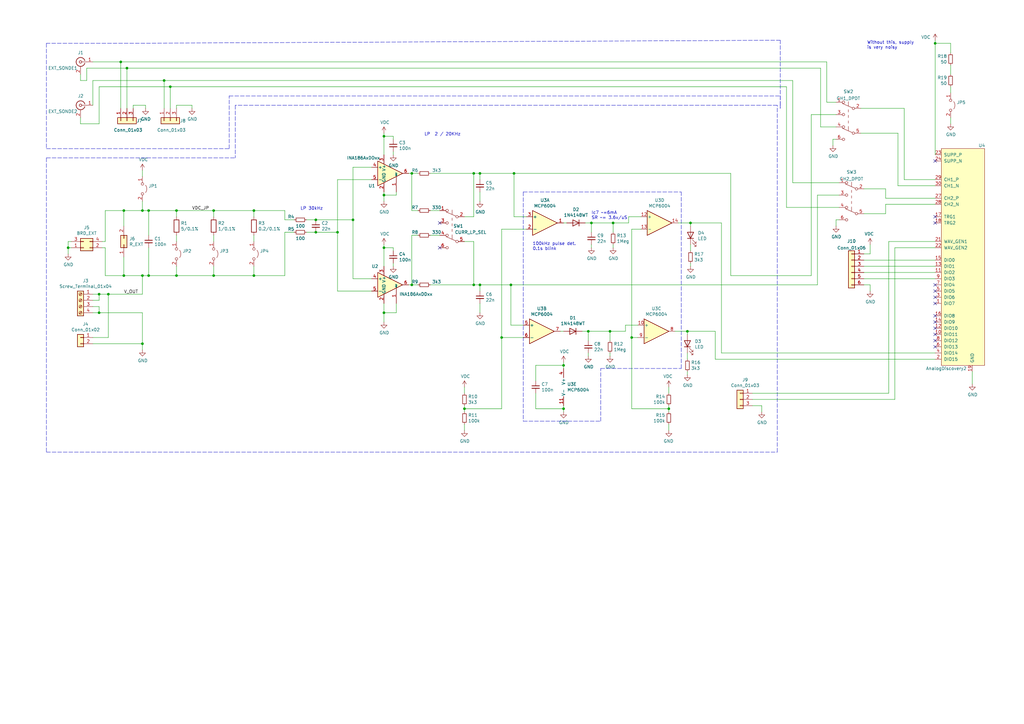
<source format=kicad_sch>
(kicad_sch (version 20211123) (generator eeschema)
  (paper "A3")
  (lib_symbols
    (symbol "Amplifier_Operational:MCP6004" (pin_names (offset 0.127))
      (property "Reference" "U" (at 0 5.08 0))
      (property "Value" "MCP6004" (at 0 -5.08 0))
      (symbol "MCP6004_1_1"
        (pin output line (at 7.62 0 180) (length 2.54) (name "~") (number "1"))
        (pin input line (at -7.62 -2.54 0) (length 2.54) (name "-") (number "2"))
        (pin input line (at -7.62 2.54 0) (length 2.54) (name "+") (number "3"))
      )
      (symbol "MCP6004_2_1"
        (pin input line (at -7.62 2.54 0) (length 2.54) (name "+") (number "5"))
        (pin input line (at -7.62 -2.54 0) (length 2.54) (name "-") (number "6"))
        (pin output line (at 7.62 0 180) (length 2.54) (name "~") (number "7"))
      )
      (symbol "MCP6004_3_1"
        (pin input line (at -7.62 2.54 0) (length 2.54) (name "+") (number "10"))
        (pin output line (at 7.62 0 180) (length 2.54) (name "~") (number "8"))
        (pin input line (at -7.62 -2.54 0) (length 2.54) (name "-") (number "9"))
      )
      (symbol "MCP6004_4_1"
        (pin input line (at -7.62 2.54 0) (length 2.54) (name "+") (number "12"))
        (pin input line (at -7.62 -2.54 0) (length 2.54) (name "-") (number "13"))
        (pin output line (at 7.62 0 180) (length 2.54) (name "~") (number "14"))
      )
      (symbol "MCP6004_5_1"
        (pin power_in line (at -2.54 -7.62 90) (length 3.81) (name "V-") (number "11"))
        (pin power_in line (at -2.54 7.62 270) (length 3.81) (name "V+") (number "4"))
      )
    )
    (symbol "Connector:Conn_Coaxial" (pin_names (offset 1.016) hide)
      (property "Reference" "J" (at 0.254 3.048 0))
      (property "Value" "Conn_Coaxial" (at 2.921 0 90))
      (symbol "Conn_Coaxial_1_1"
        (pin passive line (at -5.08 0 0) (length 2.54) (name "In") (number "1"))
        (pin passive line (at 0 -5.08 90) (length 2.54) (name "Ext") (number "2"))
      )
    )
    (symbol "Connector:Screw_Terminal_01x04" (pin_names (offset 1.016) hide)
      (property "Reference" "J" (at 0 5.08 0))
      (property "Value" "Screw_Terminal_01x04" (at 0 -7.62 0))
      (symbol "Screw_Terminal_01x04_1_1"
        (pin passive line (at -5.08 2.54 0) (length 3.81) (name "Pin_1") (number "1"))
        (pin passive line (at -5.08 0 0) (length 3.81) (name "Pin_2") (number "2"))
        (pin passive line (at -5.08 -2.54 0) (length 3.81) (name "Pin_3") (number "3"))
        (pin passive line (at -5.08 -5.08 0) (length 3.81) (name "Pin_4") (number "4"))
      )
    )
    (symbol "Connector_Generic:Conn_01x02" (pin_names (offset 1.016) hide)
      (property "Reference" "J" (at 0 2.54 0))
      (property "Value" "Conn_01x02" (at 0 -5.08 0))
      (symbol "Conn_01x02_1_1"
        (pin passive line (at -5.08 0 0) (length 3.81) (name "Pin_1") (number "1"))
        (pin passive line (at -5.08 -2.54 0) (length 3.81) (name "Pin_2") (number "2"))
      )
    )
    (symbol "Connector_Generic:Conn_01x03" (pin_names (offset 1.016) hide)
      (property "Reference" "J" (at 0 5.08 0))
      (property "Value" "Conn_01x03" (at 0 -5.08 0))
      (symbol "Conn_01x03_1_1"
        (pin passive line (at -5.08 2.54 0) (length 3.81) (name "Pin_1") (number "1"))
        (pin passive line (at -5.08 0 0) (length 3.81) (name "Pin_2") (number "2"))
        (pin passive line (at -5.08 -2.54 0) (length 3.81) (name "Pin_3") (number "3"))
      )
    )
    (symbol "Connector_Generic:Conn_01x06" (pin_names (offset 1.016) hide)
      (property "Reference" "J" (at 0 7.62 0))
      (property "Value" "Conn_01x06" (at 0 -10.16 0))
      (symbol "Conn_01x06_1_1"
        (pin passive line (at -5.08 5.08 0) (length 3.81) (name "Pin_1") (number "1"))
        (pin passive line (at -5.08 2.54 0) (length 3.81) (name "Pin_2") (number "2"))
        (pin passive line (at -5.08 0 0) (length 3.81) (name "Pin_3") (number "3"))
        (pin passive line (at -5.08 -2.54 0) (length 3.81) (name "Pin_4") (number "4"))
        (pin passive line (at -5.08 -5.08 0) (length 3.81) (name "Pin_5") (number "5"))
        (pin passive line (at -5.08 -7.62 0) (length 3.81) (name "Pin_6") (number "6"))
      )
    )
    (symbol "Connector_Generic:Conn_02x01" (pin_names (offset 1.016) hide)
      (property "Reference" "J" (at 1.27 2.54 0))
      (property "Value" "Conn_02x01" (at 1.27 -2.54 0))
      (symbol "Conn_02x01_1_1"
        (pin passive line (at -5.08 0 0) (length 3.81) (name "Pin_1") (number "1"))
        (pin passive line (at 7.62 0 180) (length 3.81) (name "Pin_2") (number "2"))
      )
    )
    (symbol "Connector_Generic:Conn_02x02_Odd_Even" (pin_names (offset 1.016) hide)
      (property "Reference" "J" (at 1.27 2.54 0))
      (property "Value" "Conn_02x02_Odd_Even" (at 1.27 -5.08 0))
      (symbol "Conn_02x02_Odd_Even_1_1"
        (pin passive line (at -5.08 0 0) (length 3.81) (name "Pin_1") (number "1"))
        (pin passive line (at 7.62 0 180) (length 3.81) (name "Pin_2") (number "2"))
        (pin passive line (at -5.08 -2.54 0) (length 3.81) (name "Pin_3") (number "3"))
        (pin passive line (at 7.62 -2.54 180) (length 3.81) (name "Pin_4") (number "4"))
      )
    )
    (symbol "Critbit_transient_library:AnalogDiscovery2" (pin_names (offset 1.016))
      (property "Reference" "U" (at -5.08 45.72 0))
      (property "Value" "Critbit_transient_library_AnalogDiscovery2" (at 10.16 -48.26 0))
      (symbol "AnalogDiscovery2_1_1"
        (pin bidirectional line (at 12.7 -20.32 180) (length 2.54) (name "DIO7") (number "1"))
        (pin bidirectional line (at 12.7 -33.02 180) (length 2.54) (name "DIO11") (number "10"))
        (pin bidirectional line (at 12.7 -7.62 180) (length 2.54) (name "DIO2") (number "11"))
        (pin bidirectional line (at 12.7 -30.48 180) (length 2.54) (name "DIO10") (number "12"))
        (pin bidirectional line (at 12.7 -5.08 180) (length 2.54) (name "DIO1") (number "13"))
        (pin bidirectional line (at 12.7 -27.94 180) (length 2.54) (name "DIO9") (number "14"))
        (pin bidirectional line (at 12.7 -2.54 180) (length 2.54) (name "DIO0") (number "15"))
        (pin bidirectional line (at 12.7 -25.4 180) (length 2.54) (name "DIO8") (number "16"))
        (pin input line (at 12.7 15.24 180) (length 2.54) (name "TRG1") (number "17"))
        (pin input line (at 12.7 12.7 180) (length 2.54) (name "TRG2") (number "18"))
        (pin power_out line (at -2.54 -48.26 90) (length 2.54) (name "GND") (number "19"))
        (pin bidirectional line (at 12.7 -43.18 180) (length 2.54) (name "DIO15") (number "2"))
        (pin power_out line (at -2.54 -48.26 90) (length 2.54) hide (name "GND") (number "20"))
        (pin output line (at 12.7 5.08 180) (length 2.54) (name "WAV_GEN1") (number "21"))
        (pin output line (at 12.7 2.54 180) (length 2.54) (name "WAV_GEN2") (number "22"))
        (pin power_out line (at 12.7 40.64 180) (length 2.54) (name "SUPP_P") (number "23"))
        (pin power_out line (at 12.7 38.1 180) (length 2.54) (name "SUPP_N") (number "24"))
        (pin power_out line (at -2.54 -48.26 90) (length 2.54) hide (name "GND") (number "25"))
        (pin power_out line (at -2.54 -48.26 90) (length 2.54) hide (name "GND") (number "26"))
        (pin input line (at 12.7 22.86 180) (length 2.54) (name "CH2_P") (number "27"))
        (pin input line (at 12.7 20.32 180) (length 2.54) (name "CH2_N") (number "28"))
        (pin input line (at 12.7 30.48 180) (length 2.54) (name "CH1_P") (number "29"))
        (pin bidirectional line (at 12.7 -17.78 180) (length 2.54) (name "DIO6") (number "3"))
        (pin input line (at 12.7 27.94 180) (length 2.54) (name "CH1_N") (number "30"))
        (pin bidirectional line (at 12.7 -40.64 180) (length 2.54) (name "DIO14") (number "4"))
        (pin bidirectional line (at 12.7 -15.24 180) (length 2.54) (name "DIO5") (number "5"))
        (pin bidirectional line (at 12.7 -38.1 180) (length 2.54) (name "DIO13") (number "6"))
        (pin bidirectional line (at 12.7 -12.7 180) (length 2.54) (name "DIO4") (number "7"))
        (pin bidirectional line (at 12.7 -35.56 180) (length 2.54) (name "DIO12") (number "8"))
        (pin bidirectional line (at 12.7 -10.16 180) (length 2.54) (name "DIO3") (number "9"))
      )
    )
    (symbol "Critbit_transient_library:INA186AxDDxx" (pin_names (offset 0.127))
      (property "Reference" "U" (at 3.81 3.81 0))
      (property "Value" "Critbit_transient_library_INA186AxDDxx" (at 3.81 -2.54 0))
      (symbol "INA186AxDDxx_1_1"
        (pin input line (at 2.54 -7.62 90) (length 6.35) (name "REF") (number "1"))
        (pin power_in line (at -2.54 -7.62 90) (length 3.81) (name "GND") (number "2"))
        (pin power_in line (at -2.54 7.62 270) (length 3.81) (name "V+") (number "3"))
        (pin input line (at -7.62 2.54 0) (length 2.54) (name "+") (number "4"))
        (pin input line (at -7.62 -2.54 0) (length 2.54) (name "-") (number "5"))
        (pin output line (at 7.62 0 180) (length 2.54) (name "~") (number "6"))
      )
    )
    (symbol "Device:C_Small" (pin_numbers hide) (pin_names (offset 0.254) hide)
      (property "Reference" "C" (at 0.254 1.778 0))
      (property "Value" "C_Small" (at 0.254 -2.032 0))
      (symbol "C_Small_1_1"
        (pin passive line (at 0 2.54 270) (length 2.032) (name "~") (number "1"))
        (pin passive line (at 0 -2.54 90) (length 2.032) (name "~") (number "2"))
      )
    )
    (symbol "Device:LED" (pin_numbers hide) (pin_names (offset 1.016) hide)
      (property "Reference" "D" (at 0 2.54 0))
      (property "Value" "LED" (at 0 -2.54 0))
      (symbol "LED_1_1"
        (pin passive line (at -3.81 0 0) (length 2.54) (name "K") (number "1"))
        (pin passive line (at 3.81 0 180) (length 2.54) (name "A") (number "2"))
      )
    )
    (symbol "Device:R" (pin_numbers hide) (pin_names (offset 0))
      (property "Reference" "R" (at 2.032 0 90))
      (property "Value" "R" (at 0 0 90))
      (symbol "R_1_1"
        (pin passive line (at 0 3.81 270) (length 1.27) (name "~") (number "1"))
        (pin passive line (at 0 -3.81 90) (length 1.27) (name "~") (number "2"))
      )
    )
    (symbol "Device:R_Small" (pin_numbers hide) (pin_names (offset 0.254) hide)
      (property "Reference" "R" (at 0.762 0.508 0))
      (property "Value" "R_Small" (at 0.762 -1.016 0))
      (symbol "R_Small_1_1"
        (pin passive line (at 0 2.54 270) (length 0.762) (name "~") (number "1"))
        (pin passive line (at 0 -2.54 90) (length 0.762) (name "~") (number "2"))
      )
    )
    (symbol "Diode:1N4148WT" (pin_numbers hide) (pin_names (offset 1.016) hide)
      (property "Reference" "D" (at 0 2.54 0))
      (property "Value" "1N4148WT" (at 0 -2.54 0))
      (symbol "1N4148WT_1_1"
        (pin passive line (at -3.81 0 0) (length 2.54) (name "K") (number "1"))
        (pin passive line (at 3.81 0 180) (length 2.54) (name "A") (number "2"))
      )
    )
    (symbol "Jumper:Jumper_2_Open" (pin_names (offset 0) hide)
      (property "Reference" "JP" (at 0 2.794 0))
      (property "Value" "Jumper_2_Open" (at 0 -2.286 0))
      (symbol "Jumper_2_Open_1_1"
        (pin passive line (at -5.08 0 0) (length 2.54) (name "A") (number "1"))
        (pin passive line (at 5.08 0 180) (length 2.54) (name "B") (number "2"))
      )
    )
    (symbol "Switch:SW_Push_DPDT" (pin_names (offset 0) hide)
      (property "Reference" "SW" (at 0 8.89 0))
      (property "Value" "SW_Push_DPDT" (at 0 -10.16 0))
      (symbol "SW_Push_DPDT_1_1"
        (pin passive line (at 5.08 7.62 180) (length 2.54) (name "A") (number "1"))
        (pin passive line (at -5.08 5.08 0) (length 2.54) (name "B") (number "2"))
        (pin passive line (at 5.08 2.54 180) (length 2.54) (name "C") (number "3"))
        (pin passive line (at 5.08 -2.54 180) (length 2.54) (name "A") (number "4"))
        (pin passive line (at -5.08 -5.08 0) (length 2.54) (name "B") (number "5"))
        (pin passive line (at 5.08 -7.62 180) (length 2.54) (name "C") (number "6"))
      )
    )
    (symbol "power:GND" (power) (pin_names (offset 0))
      (property "Value" "GND" (at 0 -3.81 0))
      (symbol "GND_1_1"
        (pin power_in line (at 0 0 270) (length 0) hide (name "GND") (number "1"))
      )
    )
    (symbol "power:VDC" (power) (pin_names (offset 0))
      (property "Value" "VDC" (at 0 6.35 0))
      (symbol "VDC_1_1"
        (pin power_in line (at 0 0 90) (length 0) hide (name "VDC") (number "1"))
      )
    )
  )
  (junction (at 87.63 86.36))
  (junction (at 281.94 135.89))
  (junction (at 383.54 17.78))
  (junction (at 241.3 135.89))
  (junction (at 157.48 80.01))
  (junction (at 196.85 116.84))
  (junction (at 283.21 91.44))
  (junction (at 157.48 55.88))
  (junction (at 196.85 71.12))
  (junction (at 144.78 90.17))
  (junction (at 129.54 95.25))
  (junction (at 49.53 25.4))
  (junction (at 157.48 101.6))
  (junction (at 129.54 90.17))
  (junction (at 194.31 116.84))
  (junction (at 40.64 120.65))
  (junction (at 72.39 86.36))
  (junction (at 52.07 27.94))
  (junction (at 58.42 113.03))
  (junction (at 231.14 149.86))
  (junction (at 242.57 91.44))
  (junction (at 210.82 71.12))
  (junction (at 190.5 167.64))
  (junction (at 60.96 113.03))
  (junction (at 157.48 128.27))
  (junction (at 231.14 167.64))
  (junction (at 72.39 113.03))
  (junction (at 50.8 86.36))
  (junction (at 58.42 140.97))
  (junction (at 259.08 138.43))
  (junction (at 104.14 113.03))
  (junction (at 69.85 35.56))
  (junction (at 168.91 116.84))
  (junction (at 205.74 138.43))
  (junction (at 138.43 95.25))
  (junction (at 87.63 113.03))
  (junction (at 67.31 33.02))
  (junction (at 251.46 91.44))
  (junction (at 27.94 101.6))
  (junction (at 40.64 128.27))
  (junction (at 104.14 86.36))
  (junction (at 44.45 120.65))
  (junction (at 58.42 86.36))
  (junction (at 274.32 167.64))
  (junction (at 209.55 116.84))
  (junction (at 250.19 135.89))
  (junction (at 60.96 86.36))
  (junction (at 168.91 71.12))
  (junction (at 50.8 113.03))
  (junction (at 194.31 71.12))
  (no_connect (at 383.54 119.38))
  (no_connect (at 383.54 129.54))
  (no_connect (at 383.54 124.46))
  (no_connect (at 383.54 134.62))
  (no_connect (at 180.34 91.44))
  (no_connect (at 180.34 101.6))
  (no_connect (at 383.54 66.04))
  (no_connect (at 383.54 139.7))
  (no_connect (at 383.54 121.92))
  (no_connect (at 383.54 91.44))
  (no_connect (at 383.54 88.9))
  (no_connect (at 383.54 116.84))
  (no_connect (at 383.54 142.24))
  (no_connect (at 383.54 137.16))
  (no_connect (at 383.54 132.08))
  (wire (pts (xy 196.85 116.84) (xy 209.55 116.84)))
  (wire (pts (xy 293.37 147.32) (xy 383.54 147.32)))
  (wire (pts (xy 342.9 57.15) (xy 341.63 57.15)))
  (wire (pts (xy 205.74 138.43) (xy 214.63 138.43)))
  (wire (pts (xy 389.89 38.1) (xy 389.89 35.56)))
  (wire (pts (xy 116.84 86.36) (xy 116.84 90.17)))
  (wire (pts (xy 231.14 148.59) (xy 231.14 149.86)))
  (wire (pts (xy 43.18 99.06) (xy 43.18 86.36)))
  (wire (pts (xy 383.54 99.06) (xy 364.49 99.06)))
  (wire (pts (xy 162.56 80.01) (xy 162.56 78.74)))
  (wire (pts (xy 281.94 135.89) (xy 293.37 135.89)))
  (wire (pts (xy 242.57 100.33) (xy 242.57 101.6)))
  (wire (pts (xy 104.14 113.03) (xy 116.84 113.03)))
  (wire (pts (xy 383.54 17.78) (xy 383.54 63.5)))
  (wire (pts (xy 40.64 35.56) (xy 40.64 50.8)))
  (wire (pts (xy 78.74 43.18) (xy 78.74 44.45)))
  (wire (pts (xy 168.91 96.52) (xy 168.91 116.84)))
  (polyline (pts (xy 246.38 151.13) (xy 279.4 151.13)))
  (wire (pts (xy 335.28 80.01) (xy 335.28 116.84)))
  (wire (pts (xy 342.9 46.99) (xy 332.74 46.99)))
  (wire (pts (xy 322.58 85.09) (xy 322.58 35.56)))
  (wire (pts (xy 162.56 128.27) (xy 162.56 124.46)))
  (wire (pts (xy 125.73 90.17) (xy 129.54 90.17)))
  (wire (pts (xy 242.57 91.44) (xy 242.57 95.25)))
  (wire (pts (xy 205.74 93.98) (xy 205.74 138.43)))
  (wire (pts (xy 229.87 135.89) (xy 231.14 135.89)))
  (polyline (pts (xy 93.98 39.37) (xy 320.04 39.37)))
  (wire (pts (xy 58.42 113.03) (xy 60.96 113.03)))
  (wire (pts (xy 251.46 101.6) (xy 251.46 100.33)))
  (wire (pts (xy 58.42 120.65) (xy 44.45 120.65)))
  (wire (pts (xy 257.81 88.9) (xy 262.89 88.9)))
  (wire (pts (xy 29.21 99.06) (xy 27.94 99.06)))
  (polyline (pts (xy 318.77 43.18) (xy 96.52 43.18)))
  (wire (pts (xy 354.33 104.14) (xy 356.87 104.14)))
  (wire (pts (xy 60.96 86.36) (xy 58.42 86.36)))
  (wire (pts (xy 157.48 54.61) (xy 157.48 55.88)))
  (wire (pts (xy 364.49 99.06) (xy 364.49 161.29)))
  (wire (pts (xy 261.62 138.43) (xy 259.08 138.43)))
  (wire (pts (xy 44.45 138.43) (xy 44.45 120.65)))
  (wire (pts (xy 67.31 33.02) (xy 67.31 44.45)))
  (wire (pts (xy 161.29 109.22) (xy 161.29 107.95)))
  (wire (pts (xy 40.64 125.73) (xy 40.64 128.27)))
  (wire (pts (xy 69.85 35.56) (xy 40.64 35.56)))
  (wire (pts (xy 157.48 101.6) (xy 157.48 109.22)))
  (wire (pts (xy 219.71 156.21) (xy 219.71 149.86)))
  (wire (pts (xy 157.48 80.01) (xy 157.48 82.55)))
  (wire (pts (xy 60.96 101.6) (xy 60.96 113.03)))
  (wire (pts (xy 190.5 176.53) (xy 190.5 173.99)))
  (wire (pts (xy 58.42 140.97) (xy 58.42 143.51)))
  (wire (pts (xy 398.78 157.48) (xy 398.78 152.4)))
  (wire (pts (xy 52.07 27.94) (xy 336.55 27.94)))
  (wire (pts (xy 344.17 80.01) (xy 335.28 80.01)))
  (wire (pts (xy 72.39 109.22) (xy 72.39 113.03)))
  (wire (pts (xy 58.42 86.36) (xy 50.8 86.36)))
  (wire (pts (xy 161.29 63.5) (xy 161.29 62.23)))
  (wire (pts (xy 389.89 17.78) (xy 389.89 21.6991)))
  (wire (pts (xy 312.42 166.37) (xy 308.61 166.37)))
  (wire (pts (xy 40.64 128.27) (xy 58.42 128.27)))
  (wire (pts (xy 364.49 161.29) (xy 308.61 161.29)))
  (wire (pts (xy 38.1 138.43) (xy 44.45 138.43)))
  (wire (pts (xy 194.31 116.84) (xy 196.85 116.84)))
  (polyline (pts (xy 246.38 172.72) (xy 246.38 151.13)))
  (wire (pts (xy 299.72 113.03) (xy 299.72 71.12)))
  (wire (pts (xy 50.8 113.03) (xy 58.42 113.03)))
  (wire (pts (xy 250.19 135.89) (xy 241.3 135.89)))
  (wire (pts (xy 35.56 27.94) (xy 35.56 33.02)))
  (wire (pts (xy 168.91 86.36) (xy 171.45 86.36)))
  (wire (pts (xy 344.17 74.93) (xy 325.12 74.93)))
  (wire (pts (xy 322.58 35.56) (xy 69.85 35.56)))
  (wire (pts (xy 104.14 86.36) (xy 116.84 86.36)))
  (polyline (pts (xy 19.05 64.77) (xy 19.05 185.42)))
  (wire (pts (xy 27.94 99.06) (xy 27.94 101.6)))
  (wire (pts (xy 259.08 93.98) (xy 262.89 93.98)))
  (wire (pts (xy 194.31 99.06) (xy 194.31 116.84)))
  (wire (pts (xy 54.61 44.45) (xy 54.61 43.18)))
  (wire (pts (xy 219.71 167.64) (xy 219.71 161.29)))
  (wire (pts (xy 69.85 35.56) (xy 69.85 44.45)))
  (wire (pts (xy 72.39 43.18) (xy 78.74 43.18)))
  (wire (pts (xy 190.5 99.06) (xy 194.31 99.06)))
  (wire (pts (xy 72.39 96.52) (xy 72.39 99.06)))
  (wire (pts (xy 87.63 86.36) (xy 104.14 86.36)))
  (wire (pts (xy 250.19 135.89) (xy 256.54 135.89)))
  (wire (pts (xy 363.22 83.82) (xy 383.54 83.82)))
  (wire (pts (xy 209.55 133.35) (xy 209.55 116.84)))
  (polyline (pts (xy 320.04 43.18) (xy 320.04 16.51)))
  (wire (pts (xy 354.33 109.22) (xy 383.54 109.22)))
  (wire (pts (xy 33.02 50.8) (xy 33.02 48.26)))
  (wire (pts (xy 120.65 95.25) (xy 116.84 95.25)))
  (wire (pts (xy 231.14 149.86) (xy 231.14 151.13)))
  (wire (pts (xy 339.09 41.91) (xy 339.09 25.4)))
  (wire (pts (xy 368.3 54.61) (xy 368.3 76.2)))
  (wire (pts (xy 196.85 116.84) (xy 196.85 119.38)))
  (wire (pts (xy 196.85 124.46) (xy 196.85 128.27)))
  (wire (pts (xy 43.18 113.03) (xy 50.8 113.03)))
  (wire (pts (xy 209.55 133.35) (xy 214.63 133.35)))
  (wire (pts (xy 58.42 128.27) (xy 58.42 140.97)))
  (wire (pts (xy 40.64 120.65) (xy 40.64 123.19)))
  (wire (pts (xy 370.84 73.66) (xy 383.54 73.66)))
  (wire (pts (xy 367.03 101.6) (xy 383.54 101.6)))
  (wire (pts (xy 87.63 96.52) (xy 87.63 99.06)))
  (wire (pts (xy 196.85 71.12) (xy 196.85 73.66)))
  (polyline (pts (xy 320.04 44.45) (xy 320.04 43.18)))
  (wire (pts (xy 190.5 167.64) (xy 190.5 166.37)))
  (wire (pts (xy 238.76 135.89) (xy 241.3 135.89)))
  (wire (pts (xy 383.54 144.78) (xy 295.91 144.78)))
  (wire (pts (xy 241.3 135.89) (xy 241.3 139.7)))
  (wire (pts (xy 54.61 43.18) (xy 59.69 43.18)))
  (wire (pts (xy 38.1 33.02) (xy 67.31 33.02)))
  (wire (pts (xy 157.48 55.88) (xy 157.48 63.5)))
  (wire (pts (xy 250.19 139.7) (xy 250.19 135.89)))
  (wire (pts (xy 196.85 78.74) (xy 196.85 82.55)))
  (wire (pts (xy 344.17 85.09) (xy 322.58 85.09)))
  (wire (pts (xy 281.94 137.16) (xy 281.94 135.89)))
  (wire (pts (xy 27.94 101.6) (xy 27.94 104.14)))
  (wire (pts (xy 325.12 74.93) (xy 325.12 33.02)))
  (wire (pts (xy 129.54 90.17) (xy 144.78 90.17)))
  (wire (pts (xy 138.43 73.66) (xy 152.4 73.66)))
  (wire (pts (xy 283.21 92.71) (xy 283.21 91.44)))
  (wire (pts (xy 356.87 104.14) (xy 356.87 100.33)))
  (wire (pts (xy 161.29 102.87) (xy 161.29 101.6)))
  (wire (pts (xy 38.1 120.65) (xy 40.64 120.65)))
  (wire (pts (xy 251.46 91.44) (xy 242.57 91.44)))
  (wire (pts (xy 190.5 168.91) (xy 190.5 167.64)))
  (wire (pts (xy 138.43 73.66) (xy 138.43 95.25)))
  (wire (pts (xy 104.14 96.52) (xy 104.14 99.06)))
  (wire (pts (xy 209.55 116.84) (xy 335.28 116.84)))
  (wire (pts (xy 196.85 71.12) (xy 210.82 71.12)))
  (wire (pts (xy 38.1 128.27) (xy 40.64 128.27)))
  (polyline (pts (xy 318.77 185.42) (xy 318.77 43.18)))
  (wire (pts (xy 138.43 95.25) (xy 138.43 119.38)))
  (polyline (pts (xy 214.63 78.74) (xy 214.63 172.72)))
  (wire (pts (xy 72.39 44.45) (xy 72.39 43.18)))
  (polyline (pts (xy 19.05 17.78) (xy 19.05 60.96)))
  (wire (pts (xy 251.46 91.44) (xy 257.81 91.44)))
  (wire (pts (xy 58.42 86.36) (xy 58.42 82.55)))
  (wire (pts (xy 368.3 76.2) (xy 383.54 76.2)))
  (wire (pts (xy 293.37 135.89) (xy 293.37 147.32)))
  (wire (pts (xy 281.94 147.32) (xy 281.94 144.78)))
  (wire (pts (xy 210.82 88.9) (xy 215.9 88.9)))
  (wire (pts (xy 332.74 46.99) (xy 332.74 113.03)))
  (wire (pts (xy 341.63 57.15) (xy 341.63 59.69)))
  (wire (pts (xy 354.33 111.76) (xy 383.54 111.76)))
  (wire (pts (xy 33.02 33.02) (xy 35.56 33.02)))
  (wire (pts (xy 205.74 138.43) (xy 205.74 167.64)))
  (wire (pts (xy 72.39 86.36) (xy 60.96 86.36)))
  (wire (pts (xy 144.78 90.17) (xy 144.78 114.3)))
  (wire (pts (xy 342.9 90.17) (xy 342.9 92.71)))
  (wire (pts (xy 367.03 163.83) (xy 367.03 101.6)))
  (wire (pts (xy 87.63 86.36) (xy 72.39 86.36)))
  (wire (pts (xy 389.89 26.7791) (xy 389.89 30.48)))
  (wire (pts (xy 38.1 33.02) (xy 38.1 43.18)))
  (wire (pts (xy 274.32 167.64) (xy 274.32 166.37)))
  (wire (pts (xy 356.87 116.84) (xy 354.33 116.84)))
  (wire (pts (xy 278.13 91.44) (xy 283.21 91.44)))
  (wire (pts (xy 274.32 168.91) (xy 274.32 167.64)))
  (wire (pts (xy 125.73 95.25) (xy 129.54 95.25)))
  (wire (pts (xy 308.61 163.83) (xy 367.03 163.83)))
  (wire (pts (xy 231.14 91.44) (xy 232.41 91.44)))
  (wire (pts (xy 161.29 101.6) (xy 157.48 101.6)))
  (polyline (pts (xy 214.63 172.72) (xy 246.38 172.72)))
  (wire (pts (xy 332.74 113.03) (xy 299.72 113.03)))
  (wire (pts (xy 144.78 68.58) (xy 152.4 68.58)))
  (wire (pts (xy 194.31 71.12) (xy 196.85 71.12)))
  (wire (pts (xy 259.08 167.64) (xy 259.08 138.43)))
  (wire (pts (xy 383.54 81.28) (xy 363.22 81.28)))
  (wire (pts (xy 144.78 114.3) (xy 152.4 114.3)))
  (wire (pts (xy 190.5 88.9) (xy 194.31 88.9)))
  (wire (pts (xy 256.54 133.35) (xy 261.62 133.35)))
  (wire (pts (xy 72.39 86.36) (xy 72.39 88.9)))
  (wire (pts (xy 342.9 41.91) (xy 339.09 41.91)))
  (wire (pts (xy 72.39 113.03) (xy 87.63 113.03)))
  (wire (pts (xy 116.84 90.17) (xy 120.65 90.17)))
  (wire (pts (xy 276.86 135.89) (xy 281.94 135.89)))
  (wire (pts (xy 210.82 71.12) (xy 299.72 71.12)))
  (polyline (pts (xy 96.52 43.18) (xy 96.52 64.77)))
  (wire (pts (xy 60.96 86.36) (xy 60.96 96.52)))
  (wire (pts (xy 389.89 17.78) (xy 383.54 17.78)))
  (wire (pts (xy 312.42 168.91) (xy 312.42 166.37)))
  (wire (pts (xy 50.8 86.36) (xy 50.8 92.71)))
  (wire (pts (xy 194.31 71.12) (xy 194.31 88.9)))
  (wire (pts (xy 171.45 96.52) (xy 168.91 96.52)))
  (wire (pts (xy 138.43 119.38) (xy 152.4 119.38)))
  (wire (pts (xy 40.64 123.19) (xy 38.1 123.19)))
  (wire (pts (xy 168.91 71.12) (xy 171.45 71.12)))
  (wire (pts (xy 157.48 124.46) (xy 157.48 128.27)))
  (wire (pts (xy 49.53 25.4) (xy 339.09 25.4)))
  (wire (pts (xy 354.33 106.68) (xy 383.54 106.68)))
  (wire (pts (xy 370.84 44.45) (xy 370.84 73.66)))
  (wire (pts (xy 116.84 95.25) (xy 116.84 113.03)))
  (wire (pts (xy 168.91 86.36) (xy 168.91 71.12)))
  (wire (pts (xy 336.55 52.07) (xy 342.9 52.07)))
  (wire (pts (xy 205.74 167.64) (xy 190.5 167.64)))
  (polyline (pts (xy 19.05 64.77) (xy 96.52 64.77)))
  (wire (pts (xy 231.14 166.37) (xy 231.14 167.64)))
  (polyline (pts (xy 19.05 185.42) (xy 318.77 185.42)))
  (wire (pts (xy 157.48 78.74) (xy 157.48 80.01)))
  (wire (pts (xy 171.45 116.84) (xy 168.91 116.84)))
  (wire (pts (xy 251.46 95.25) (xy 251.46 91.44)))
  (wire (pts (xy 104.14 109.22) (xy 104.14 113.03)))
  (wire (pts (xy 281.94 153.67) (xy 281.94 152.4)))
  (wire (pts (xy 344.17 90.17) (xy 342.9 90.17)))
  (wire (pts (xy 336.55 27.94) (xy 336.55 52.07)))
  (wire (pts (xy 363.22 77.47) (xy 354.33 77.47)))
  (wire (pts (xy 257.81 91.44) (xy 257.81 88.9)))
  (wire (pts (xy 240.03 91.44) (xy 242.57 91.44)))
  (wire (pts (xy 43.18 101.6) (xy 43.18 113.03)))
  (wire (pts (xy 353.06 44.45) (xy 370.84 44.45)))
  (wire (pts (xy 157.48 100.33) (xy 157.48 101.6)))
  (wire (pts (xy 167.64 71.12) (xy 168.91 71.12)))
  (wire (pts (xy 241.3 144.78) (xy 241.3 146.05)))
  (wire (pts (xy 38.1 25.4) (xy 49.53 25.4)))
  (polyline (pts (xy 320.04 39.37) (xy 320.04 44.45)))
  (wire (pts (xy 210.82 88.9) (xy 210.82 71.12)))
  (polyline (pts (xy 279.4 151.13) (xy 279.4 78.74)))
  (wire (pts (xy 58.42 113.03) (xy 58.42 120.65)))
  (wire (pts (xy 52.07 27.94) (xy 52.07 44.45)))
  (wire (pts (xy 35.56 27.94) (xy 52.07 27.94)))
  (wire (pts (xy 256.54 135.89) (xy 256.54 133.35)))
  (wire (pts (xy 259.08 167.64) (xy 274.32 167.64)))
  (wire (pts (xy 87.63 109.22) (xy 87.63 113.03)))
  (wire (pts (xy 168.91 116.84) (xy 167.64 116.84)))
  (wire (pts (xy 354.33 87.63) (xy 363.22 87.63)))
  (wire (pts (xy 363.22 81.28) (xy 363.22 77.47)))
  (wire (pts (xy 87.63 88.9) (xy 87.63 86.36)))
  (wire (pts (xy 180.34 96.52) (xy 176.53 96.52)))
  (wire (pts (xy 283.21 91.44) (xy 295.91 91.44)))
  (wire (pts (xy 29.21 101.6) (xy 27.94 101.6)))
  (wire (pts (xy 250.19 146.05) (xy 250.19 144.78)))
  (polyline (pts (xy 45.72 17.78) (xy 19.05 17.78)))
  (wire (pts (xy 161.29 55.88) (xy 157.48 55.88)))
  (polyline (pts (xy 93.98 60.96) (xy 93.98 39.37)))
  (wire (pts (xy 274.32 161.29) (xy 274.32 158.75)))
  (wire (pts (xy 38.1 140.97) (xy 58.42 140.97)))
  (wire (pts (xy 231.14 167.64) (xy 219.71 167.64)))
  (wire (pts (xy 259.08 138.43) (xy 259.08 93.98)))
  (wire (pts (xy 144.78 68.58) (xy 144.78 90.17)))
  (wire (pts (xy 59.69 43.18) (xy 59.69 44.45)))
  (wire (pts (xy 50.8 105.41) (xy 50.8 113.03)))
  (wire (pts (xy 41.91 101.6) (xy 43.18 101.6)))
  (wire (pts (xy 354.33 114.3) (xy 383.54 114.3)))
  (wire (pts (xy 356.87 119.38) (xy 356.87 116.84)))
  (wire (pts (xy 383.54 17.78) (xy 383.54 16.51)))
  (wire (pts (xy 104.14 86.36) (xy 104.14 88.9)))
  (wire (pts (xy 231.14 167.64) (xy 231.14 168.91)))
  (wire (pts (xy 157.48 128.27) (xy 162.56 128.27)))
  (wire (pts (xy 353.06 54.61) (xy 368.3 54.61)))
  (wire (pts (xy 41.91 99.06) (xy 43.18 99.06)))
  (wire (pts (xy 157.48 128.27) (xy 157.48 132.08)))
  (wire (pts (xy 295.91 144.78) (xy 295.91 91.44)))
  (polyline (pts (xy 320.04 16.51) (xy 45.72 17.78)))
  (wire (pts (xy 176.53 116.84) (xy 194.31 116.84)))
  (wire (pts (xy 87.63 113.03) (xy 104.14 113.03)))
  (wire (pts (xy 190.5 161.29) (xy 190.5 158.75)))
  (wire (pts (xy 129.54 95.25) (xy 138.43 95.25)))
  (wire (pts (xy 38.1 125.73) (xy 40.64 125.73)))
  (wire (pts (xy 49.53 25.4) (xy 49.53 44.45)))
  (wire (pts (xy 161.29 57.15) (xy 161.29 55.88)))
  (wire (pts (xy 60.96 113.03) (xy 72.39 113.03)))
  (wire (pts (xy 40.64 50.8) (xy 33.02 50.8)))
  (wire (pts (xy 43.18 86.36) (xy 50.8 86.36)))
  (wire (pts (xy 67.31 33.02) (xy 325.12 33.02)))
  (wire (pts (xy 176.53 86.36) (xy 180.34 86.36)))
  (wire (pts (xy 389.89 50.8) (xy 389.89 48.26)))
  (wire (pts (xy 219.71 149.86) (xy 231.14 149.86)))
  (wire (pts (xy 157.48 80.01) (xy 162.56 80.01)))
  (polyline (pts (xy 214.63 78.74) (xy 279.4 78.74)))
  (wire (pts (xy 283.21 102.87) (xy 283.21 100.33)))
  (wire (pts (xy 283.21 109.22) (xy 283.21 107.95)))
  (wire (pts (xy 58.42 69.85) (xy 58.42 72.39)))
  (wire (pts (xy 44.45 120.65) (xy 40.64 120.65)))
  (wire (pts (xy 205.74 93.98) (xy 215.9 93.98)))
  (wire (pts (xy 176.53 71.12) (xy 194.31 71.12)))
  (polyline (pts (xy 19.05 60.96) (xy 93.98 60.96)))
  (wire (pts (xy 363.22 87.63) (xy 363.22 83.82)))
  (wire (pts (xy 33.02 30.48) (xy 33.02 33.02)))
  (wire (pts (xy 274.32 176.53) (xy 274.32 173.99)))
  (text "LP 30kHz" (at 123.19 86.36 0) (effects (font (size 1.27 1.27)) (justify left bottom)))
  (text "Ic7 ~=6mA\nSR ~= 3.6v/uS" (at 242.57 90.17 0) (effects (font (size 1.27 1.27)) (justify left bottom)))
  (text "LP  2 / 20KHz" (at 173.99 55.88 0) (effects (font (size 1.27 1.27)) (justify left bottom)))
  (text "Without this, supply \nis very noisy" (at 355.6 20.32 0) (effects (font (size 1.27 1.27)) (justify left bottom)))
  (text "100kHz pulse det.\n0.1s blink" (at 218.44 102.87 0) (effects (font (size 1.27 1.27)) (justify left bottom)))
  (label "V_OUT" (at 50.8 120.65 0))
  (label "VDC_JP" (at 78.74 86.36 0))
  (symbol (lib_id "power:GND") (at 157.48 82.55 0) (unit 1)
    (property "Reference" "#PWR07" (effects hide))
    (property "Value" "GND" (at 157.607 86.9442 0))
  )
  (symbol (lib_id "power:VDC") (at 157.48 54.61 0) (unit 1)
    (property "Reference" "#PWR06" (effects hide))
    (property "Value" "VDC" (at 157.861 50.2158 0))
  )
  (symbol (lib_id "Device:C_Small") (at 161.29 59.69 0) (unit 1)
    (property "Reference" "C3" (at 163.6268 58.5216 0) (effects (justify left)))
    (property "Value" "100n" (at 163.6268 60.833 0) (effects (justify left)))
    (property "Footprint" "Capacitor_SMD:C_0402_1005Metric" (effects hide))
  )
  (symbol (lib_id "power:GND") (at 161.29 63.5 0) (unit 1)
    (property "Reference" "#PWR010" (effects hide))
    (property "Value" "GND" (at 161.417 67.8942 0))
  )
  (symbol (lib_id "Device:R") (at 87.63 92.71 0) (unit 1)
    (property "Reference" "R2" (at 89.408 91.5416 0) (effects (justify left)))
    (property "Value" "1/0.1%" (at 89.408 93.853 0) (effects (justify left)))
    (property "Footprint" "Resistor_SMD:R_1206_3216Metric_Pad1.30x1.75mm_HandSolder" (effects hide))
  )
  (symbol (lib_id "power:GND") (at 157.48 132.08 0) (unit 1)
    (property "Reference" "#PWR09" (effects hide))
    (property "Value" "GND" (at 157.607 136.4742 0))
  )
  (symbol (lib_id "power:VDC") (at 157.48 100.33 0) (unit 1)
    (property "Reference" "#PWR08" (effects hide))
    (property "Value" "VDC" (at 157.861 95.9358 0))
  )
  (symbol (lib_id "Device:C_Small") (at 161.29 105.41 0) (unit 1)
    (property "Reference" "C4" (at 163.6268 104.2416 0) (effects (justify left)))
    (property "Value" "100n" (at 163.6268 106.553 0) (effects (justify left)))
    (property "Footprint" "Capacitor_SMD:C_0402_1005Metric" (effects hide))
  )
  (symbol (lib_id "power:GND") (at 161.29 109.22 0) (unit 1)
    (property "Reference" "#PWR011" (effects hide))
    (property "Value" "GND" (at 161.417 113.6142 0))
  )
  (symbol (lib_id "Device:C_Small") (at 129.54 92.71 0) (unit 1)
    (property "Reference" "C2" (at 131.8768 91.5416 0) (effects (justify left)))
    (property "Value" "22n" (at 131.8768 93.853 0) (effects (justify left)))
    (property "Footprint" "Capacitor_SMD:C_0402_1005Metric" (effects hide))
  )
  (symbol (lib_id "Device:R_Small") (at 123.19 90.17 270) (unit 1)
    (property "Reference" "R4" (at 119.38 88.9 90))
    (property "Value" "100" (at 123.19 92.71 90))
    (property "Footprint" "Resistor_SMD:R_0402_1005Metric" (effects hide))
  )
  (symbol (lib_id "Device:R_Small") (at 123.19 95.25 270) (unit 1)
    (property "Reference" "R5" (at 119.38 93.98 90))
    (property "Value" "100" (at 123.19 97.79 90))
    (property "Footprint" "Resistor_SMD:R_0402_1005Metric" (effects hide))
  )
  (symbol (lib_id "Device:R_Small") (at 173.99 71.12 270) (unit 1)
    (property "Reference" "R6" (at 170.18 69.85 90))
    (property "Value" "3k3" (at 179.07 69.85 90))
    (property "Footprint" "Resistor_SMD:R_0402_1005Metric" (effects hide))
  )
  (symbol (lib_id "Device:C_Small") (at 196.85 76.2 0) (unit 1)
    (property "Reference" "C5" (at 199.1868 75.0316 0) (effects (justify left)))
    (property "Value" "22n" (at 199.1868 77.343 0) (effects (justify left)))
    (property "Footprint" "Capacitor_SMD:C_0402_1005Metric" (effects hide))
  )
  (symbol (lib_id "power:GND") (at 196.85 82.55 0) (unit 1)
    (property "Reference" "#PWR014" (effects hide))
    (property "Value" "GND" (at 196.977 86.9442 0))
  )
  (symbol (lib_id "Device:R_Small") (at 173.99 116.84 270) (unit 1)
    (property "Reference" "R9" (at 170.18 115.57 90))
    (property "Value" "3k3" (at 179.07 115.57 90))
    (property "Footprint" "Resistor_SMD:R_0402_1005Metric" (effects hide))
  )
  (symbol (lib_id "Device:C_Small") (at 196.85 121.92 0) (unit 1)
    (property "Reference" "C6" (at 199.1868 120.7516 0) (effects (justify left)))
    (property "Value" "22n" (at 199.1868 123.063 0) (effects (justify left)))
    (property "Footprint" "Capacitor_SMD:C_0402_1005Metric" (effects hide))
  )
  (symbol (lib_id "power:GND") (at 196.85 128.27 0) (unit 1)
    (property "Reference" "#PWR015" (effects hide))
    (property "Value" "GND" (at 196.977 132.6642 0))
  )
  (symbol (lib_id "power:GND") (at 190.5 176.53 0) (unit 1)
    (property "Reference" "#PWR013" (effects hide))
    (property "Value" "GND" (at 190.627 180.9242 0))
  )
  (symbol (lib_id "power:VDC") (at 190.5 158.75 0) (unit 1)
    (property "Reference" "#PWR012" (effects hide))
    (property "Value" "VDC" (at 190.881 154.3558 0))
  )
  (symbol (lib_id "Device:R_Small") (at 190.5 163.83 0) (unit 1)
    (property "Reference" "R10" (at 191.9986 162.6616 0) (effects (justify left)))
    (property "Value" "3k3" (at 191.9986 164.973 0) (effects (justify left)))
    (property "Footprint" "Resistor_SMD:R_0402_1005Metric" (effects hide))
  )
  (symbol (lib_id "Device:R_Small") (at 190.5 171.45 0) (unit 1)
    (property "Reference" "R11" (at 191.9986 170.2816 0) (effects (justify left)))
    (property "Value" "100k" (at 191.9986 172.593 0) (effects (justify left)))
    (property "Footprint" "Resistor_SMD:R_0402_1005Metric" (effects hide))
  )
  (symbol (lib_id "Connector:Conn_Coaxial") (at 33.02 25.4 0) (mirror y) (unit 1)
    (property "Reference" "J1" (at 34.29 21.59 0) (effects (justify left)))
    (property "Value" "EXT_SONDE1" (at 31.75 27.94 0) (effects (justify left)))
    (property "Footprint" "Connector_Coaxial:BNC_Amphenol_B6252HB-NPP3G-50_Horizontal" (effects hide))
    (property "Datasheet" " ~" (effects hide))
  )
  (symbol (lib_id "Diode:1N4148WT") (at 236.22 91.44 180) (unit 1)
    (property "Reference" "D2" (at 236.22 85.9282 0))
    (property "Value" "1N4148WT" (at 236.22 88.2396 0))
    (property "Footprint" "Diode_SMD:D_SOD-523" (effects hide))
    (property "Datasheet" "https://www.diodes.com/assets/Datasheets/ds30396.pdf" (effects hide))
  )
  (symbol (lib_id "Amplifier_Operational:MCP6004") (at 223.52 91.44 0) (unit 1)
    (property "Reference" "U3" (at 223.52 82.1182 0))
    (property "Value" "MCP6004" (at 223.52 84.4296 0))
    (property "Footprint" "Package_SO:SOIC-14_3.9x8.7mm_P1.27mm" (effects hide))
    (property "Datasheet" "http://ww1.microchip.com/downloads/en/DeviceDoc/21733j.pdf" (effects hide))
  )
  (symbol (lib_id "Amplifier_Operational:MCP6004") (at 269.24 135.89 0) (unit 3)
    (property "Reference" "U3" (at 269.24 126.5682 0))
    (property "Value" "MCP6004" (at 269.24 128.8796 0))
    (property "Footprint" "Package_SO:SOIC-14_3.9x8.7mm_P1.27mm" (effects hide))
    (property "Datasheet" "http://ww1.microchip.com/downloads/en/DeviceDoc/21733j.pdf" (effects hide))
  )
  (symbol (lib_id "Amplifier_Operational:MCP6004") (at 233.68 158.75 0) (unit 5)
    (property "Reference" "U3" (at 232.6132 157.5816 0) (effects (justify left)))
    (property "Value" "MCP6004" (at 232.6132 159.893 0) (effects (justify left)))
    (property "Footprint" "Package_SO:SOIC-14_3.9x8.7mm_P1.27mm" (effects hide))
    (property "Datasheet" "http://ww1.microchip.com/downloads/en/DeviceDoc/21733j.pdf" (effects hide))
  )
  (symbol (lib_id "Device:C_Small") (at 242.57 97.79 0) (unit 1)
    (property "Reference" "C9" (at 244.9068 96.6216 0) (effects (justify left)))
    (property "Value" "22n" (at 244.9068 98.933 0) (effects (justify left)))
    (property "Footprint" "Capacitor_SMD:C_0402_1005Metric" (effects hide))
  )
  (symbol (lib_id "power:GND") (at 242.57 101.6 0) (unit 1)
    (property "Reference" "#PWR019" (effects hide))
    (property "Value" "GND" (at 242.697 105.9942 0))
  )
  (symbol (lib_id "Device:R_Small") (at 251.46 97.79 0) (unit 1)
    (property "Reference" "R13" (at 252.9586 96.6216 0) (effects (justify left)))
    (property "Value" "1Meg" (at 252.9586 98.933 0) (effects (justify left)))
    (property "Footprint" "Resistor_SMD:R_0402_1005Metric" (effects hide))
  )
  (symbol (lib_id "power:GND") (at 251.46 101.6 0) (unit 1)
    (property "Reference" "#PWR021" (effects hide))
    (property "Value" "GND" (at 251.587 105.9942 0))
  )
  (symbol (lib_id "Critbit_transient_library:AnalogDiscovery2") (at 396.24 104.14 0) (mirror y) (unit 1)
    (property "Reference" "U4" (at 401.32 59.69 0) (effects (justify right)))
    (property "Value" "AnalogDiscovery2" (at 379.73 151.13 0) (effects (justify right)))
    (property "Footprint" "critbit-transient-library:AnalogDiscovery2_side_con" (effects hide))
  )
  (symbol (lib_id "Device:R_Small") (at 173.99 86.36 270) (unit 1)
    (property "Reference" "R7" (at 170.18 85.09 90))
    (property "Value" "330" (at 179.07 85.09 90))
    (property "Footprint" "Resistor_SMD:R_0402_1005Metric" (effects hide))
  )
  (symbol (lib_id "Device:R_Small") (at 173.99 96.52 270) (unit 1)
    (property "Reference" "R8" (at 170.18 95.25 90))
    (property "Value" "330" (at 179.07 95.25 90))
    (property "Footprint" "Resistor_SMD:R_0402_1005Metric" (effects hide))
  )
  (symbol (lib_id "power:GND") (at 274.32 176.53 0) (mirror y) (unit 1)
    (property "Reference" "#PWR023" (effects hide))
    (property "Value" "GND" (at 274.193 180.9242 0))
  )
  (symbol (lib_id "power:VDC") (at 274.32 158.75 0) (mirror y) (unit 1)
    (property "Reference" "#PWR022" (effects hide))
    (property "Value" "VDC" (at 273.939 154.3558 0))
  )
  (symbol (lib_id "Device:R_Small") (at 274.32 163.83 0) (mirror y) (unit 1)
    (property "Reference" "R14" (at 272.8214 162.6616 0) (effects (justify left)))
    (property "Value" "100k" (at 272.8214 164.973 0) (effects (justify left)))
    (property "Footprint" "Resistor_SMD:R_0402_1005Metric" (effects hide))
  )
  (symbol (lib_id "Device:R_Small") (at 274.32 171.45 0) (mirror y) (unit 1)
    (property "Reference" "R15" (at 272.8214 170.2816 0) (effects (justify left)))
    (property "Value" "100k" (at 272.8214 172.593 0) (effects (justify left)))
    (property "Footprint" "Resistor_SMD:R_0402_1005Metric" (effects hide))
  )
  (symbol (lib_id "Device:R") (at 104.14 92.71 0) (unit 1)
    (property "Reference" "R3" (at 105.918 91.5416 0) (effects (justify left)))
    (property "Value" "0.2/0.1%" (at 105.918 93.853 0) (effects (justify left)))
    (property "Footprint" "Resistor_SMD:R_1206_3216Metric_Pad1.30x1.75mm_HandSolder" (effects hide))
  )
  (symbol (lib_id "Device:R") (at 72.39 92.71 0) (unit 1)
    (property "Reference" "R1" (at 74.168 91.5416 0) (effects (justify left)))
    (property "Value" "5/0.1%" (at 74.168 93.853 0) (effects (justify left)))
    (property "Footprint" "Resistor_SMD:R_1206_3216Metric_Pad1.30x1.75mm_HandSolder" (effects hide))
  )
  (symbol (lib_id "Jumper:Jumper_2_Open") (at 87.63 104.14 270) (unit 1)
    (property "Reference" "JP3" (at 90.1192 102.9716 90) (effects (justify left)))
    (property "Value" "Jumper_2_Open" (effects hide))
    (property "Footprint" "Connector_PinHeader_2.54mm:PinHeader_1x02_P2.54mm_Vertical" (effects hide))
  )
  (symbol (lib_id "Jumper:Jumper_2_Open") (at 104.14 104.14 270) (unit 1)
    (property "Reference" "JP4" (at 106.6292 102.9716 90) (effects (justify left)))
    (property "Value" "Jumper_2_Open" (effects hide))
    (property "Footprint" "Connector_PinHeader_2.54mm:PinHeader_1x02_P2.54mm_Vertical" (effects hide))
  )
  (symbol (lib_id "Jumper:Jumper_2_Open") (at 72.39 104.14 270) (unit 1)
    (property "Reference" "JP2" (at 74.8792 102.9716 90) (effects (justify left)))
    (property "Value" "Jumper_2_Open" (effects hide))
    (property "Footprint" "Connector_PinHeader_2.54mm:PinHeader_1x02_P2.54mm_Vertical" (effects hide))
  )
  (symbol (lib_id "Connector_Generic:Conn_02x01") (at 50.8 100.33 90) (unit 1)
    (property "Reference" "J6" (at 53.0352 97.8916 90) (effects (justify right)))
    (property "Value" "R_EXT" (at 53.0352 100.203 90) (effects (justify right)))
    (property "Footprint" "Connector_PinHeader_2.54mm:PinHeader_1x02_P2.54mm_Vertical" (effects hide))
  )
  (symbol (lib_id "Jumper:Jumper_2_Open") (at 58.42 77.47 270) (unit 1)
    (property "Reference" "JP1" (at 60.9092 76.3016 90) (effects (justify left)))
    (property "Value" "Jumper_2_Open" (effects hide))
    (property "Footprint" "Connector_PinHeader_2.54mm:PinHeader_1x02_P2.54mm_Vertical" (effects hide))
  )
  (symbol (lib_id "Connector:Screw_Terminal_01x04") (at 33.02 123.19 0) (mirror y) (unit 1)
    (property "Reference" "J3" (at 35.1028 115.1382 0))
    (property "Value" "Screw_Terminal_01x04" (at 35.1028 117.4496 0))
    (property "Footprint" "TerminalBlock:TerminalBlock_bornier-4_P5.08mm" (effects hide))
  )
  (symbol (lib_id "Device:LED") (at 283.21 96.52 90) (unit 1)
    (property "Reference" "D4" (at 286.2072 95.5294 90) (effects (justify right)))
    (property "Value" "LED" (at 286.2072 97.8408 90) (effects (justify right)))
    (property "Footprint" "LED_SMD:LED_0603_1608Metric" (effects hide))
  )
  (symbol (lib_id "Device:R_Small") (at 283.21 105.41 0) (unit 1)
    (property "Reference" "R17" (at 284.7086 104.2416 0) (effects (justify left)))
    (property "Value" "3k3" (at 284.7086 106.553 0) (effects (justify left)))
    (property "Footprint" "Resistor_SMD:R_0402_1005Metric" (effects hide))
  )
  (symbol (lib_id "power:GND") (at 283.21 109.22 0) (unit 1)
    (property "Reference" "#PWR025" (effects hide))
    (property "Value" "GND" (at 283.337 113.6142 0))
  )
  (symbol (lib_id "power:GND") (at 58.42 143.51 0) (unit 1)
    (property "Reference" "#PWR03" (effects hide))
    (property "Value" "GND" (at 58.547 147.9042 0))
  )
  (symbol (lib_id "Device:C_Small") (at 60.96 99.06 0) (unit 1)
    (property "Reference" "C1" (at 63.2968 97.8916 0) (effects (justify left)))
    (property "Value" "100n" (at 63.2968 100.203 0) (effects (justify left)))
    (property "Footprint" "Capacitor_SMD:C_0402_1005Metric" (effects hide))
  )
  (symbol (lib_id "Connector_Generic:Conn_02x02_Odd_Even") (at 34.29 101.6 0) (mirror x) (unit 1)
    (property "Reference" "J5" (at 35.56 93.345 0))
    (property "Value" "BRD_EXT" (at 35.56 95.6564 0))
    (property "Footprint" "Connector_PinSocket_2.54mm:PinSocket_2x02_P2.54mm_Vertical" (effects hide))
  )
  (symbol (lib_id "power:GND") (at 27.94 104.14 0) (unit 1)
    (property "Reference" "#PWR01" (effects hide))
    (property "Value" "GND" (at 28.067 108.5342 0))
  )
  (symbol (lib_id "power:VDC") (at 383.54 16.51 0) (mirror y) (unit 1)
    (property "Reference" "#PWR031" (effects hide))
    (property "Value" "VDC" (at 379.73 15.24 0))
  )
  (symbol (lib_id "Amplifier_Operational:MCP6004") (at 270.51 91.44 0) (unit 4)
    (property "Reference" "U3" (at 270.51 82.1182 0))
    (property "Value" "MCP6004" (at 270.51 84.4296 0))
    (property "Footprint" "Package_SO:SOIC-14_3.9x8.7mm_P1.27mm" (effects hide))
    (property "Datasheet" "http://ww1.microchip.com/downloads/en/DeviceDoc/21733j.pdf" (effects hide))
  )
  (symbol (lib_id "Device:C_Small") (at 241.3 142.24 0) (unit 1)
    (property "Reference" "C8" (at 243.6368 141.0716 0) (effects (justify left)))
    (property "Value" "22n" (at 243.6368 143.383 0) (effects (justify left)))
    (property "Footprint" "Capacitor_SMD:C_0402_1005Metric" (effects hide))
  )
  (symbol (lib_id "power:GND") (at 241.3 146.05 0) (unit 1)
    (property "Reference" "#PWR018" (effects hide))
    (property "Value" "GND" (at 241.427 150.4442 0))
  )
  (symbol (lib_id "Device:R_Small") (at 250.19 142.24 0) (unit 1)
    (property "Reference" "R12" (at 251.6886 141.0716 0) (effects (justify left)))
    (property "Value" "1Meg" (at 251.6886 143.383 0) (effects (justify left)))
    (property "Footprint" "Resistor_SMD:R_0402_1005Metric" (effects hide))
  )
  (symbol (lib_id "power:GND") (at 250.19 146.05 0) (unit 1)
    (property "Reference" "#PWR020" (effects hide))
    (property "Value" "GND" (at 250.317 150.4442 0))
  )
  (symbol (lib_id "Device:LED") (at 281.94 140.97 90) (unit 1)
    (property "Reference" "D3" (at 284.9372 139.9794 90) (effects (justify right)))
    (property "Value" "LED" (at 284.9372 142.2908 90) (effects (justify right)))
    (property "Footprint" "LED_SMD:LED_0603_1608Metric" (effects hide))
  )
  (symbol (lib_id "Device:R_Small") (at 281.94 149.86 0) (unit 1)
    (property "Reference" "R16" (at 283.4386 148.6916 0) (effects (justify left)))
    (property "Value" "3k3" (at 283.4386 151.003 0) (effects (justify left)))
    (property "Footprint" "Resistor_SMD:R_0402_1005Metric" (effects hide))
  )
  (symbol (lib_id "power:GND") (at 281.94 153.67 0) (unit 1)
    (property "Reference" "#PWR024" (effects hide))
    (property "Value" "GND" (at 282.067 158.0642 0))
  )
  (symbol (lib_id "Amplifier_Operational:MCP6004") (at 222.25 135.89 0) (unit 2)
    (property "Reference" "U3" (at 222.25 126.5682 0))
    (property "Value" "MCP6004" (at 222.25 128.8796 0))
    (property "Footprint" "Package_SO:SOIC-14_3.9x8.7mm_P1.27mm" (effects hide))
    (property "Datasheet" "http://ww1.microchip.com/downloads/en/DeviceDoc/21733j.pdf" (effects hide))
  )
  (symbol (lib_id "Diode:1N4148WT") (at 234.95 135.89 180) (unit 1)
    (property "Reference" "D1" (at 234.95 130.3782 0))
    (property "Value" "1N4148WT" (at 234.95 132.6896 0))
    (property "Footprint" "Diode_SMD:D_SOD-523" (effects hide))
    (property "Datasheet" "https://www.diodes.com/assets/Datasheets/ds30396.pdf" (effects hide))
  )
  (symbol (lib_id "power:GND") (at 398.78 157.48 0) (unit 1)
    (property "Reference" "#PWR033" (effects hide))
    (property "Value" "GND" (at 398.907 161.8742 0))
  )
  (symbol (lib_id "Device:C_Small") (at 219.71 158.75 0) (unit 1)
    (property "Reference" "C7" (at 222.0468 157.5816 0) (effects (justify left)))
    (property "Value" "100n" (at 222.0468 159.893 0) (effects (justify left)))
    (property "Footprint" "Capacitor_SMD:C_0402_1005Metric" (effects hide))
  )
  (symbol (lib_id "power:GND") (at 231.14 168.91 0) (unit 1)
    (property "Reference" "#PWR017" (effects hide))
    (property "Value" "GND" (at 231.267 173.3042 0))
  )
  (symbol (lib_id "power:VDC") (at 231.14 148.59 0) (unit 1)
    (property "Reference" "#PWR016" (effects hide))
    (property "Value" "VDC" (at 231.521 144.1958 0))
  )
  (symbol (lib_id "Connector_Generic:Conn_01x02") (at 33.02 138.43 0) (mirror y) (unit 1)
    (property "Reference" "J4" (at 35.1028 132.9182 0))
    (property "Value" "Conn_01x02" (at 35.1028 135.2296 0))
    (property "Footprint" "Connector_PinHeader_2.54mm:PinHeader_1x02_P2.54mm_Horizontal" (effects hide))
  )
  (symbol (lib_id "power:VDC") (at 58.42 69.85 0) (unit 1)
    (property "Reference" "#PWR02" (effects hide))
    (property "Value" "VDC" (at 58.801 65.4558 0))
  )
  (symbol (lib_id "Critbit_transient_library:INA186AxDDxx") (at 160.02 71.12 0) (unit 1)
    (property "Reference" "U1" (at 151.13 76.2 0) (effects (justify left)))
    (property "Value" "INA186AxDDxx" (at 142.24 64.77 0) (effects (justify left)))
    (property "Footprint" "Package_TO_SOT_SMD:Texas_R-PDSO-G6" (effects hide))
    (property "Datasheet" "https://www.ti.com/lit/ds/symlink/ina186.pdf" (effects hide))
  )
  (symbol (lib_id "Critbit_transient_library:INA186AxDDxx") (at 160.02 116.84 0) (unit 1)
    (property "Reference" "U2" (at 152.4 109.22 0) (effects (justify left)))
    (property "Value" "INA186AxDDxx" (at 163.83 120.65 0) (effects (justify left)))
    (property "Footprint" "Package_TO_SOT_SMD:Texas_R-PDSO-G6" (effects hide))
    (property "Datasheet" "https://www.ti.com/lit/ds/symlink/ina186.pdf" (effects hide))
  )
  (symbol (lib_id "Connector:Conn_Coaxial") (at 33.02 43.18 0) (mirror y) (unit 1)
    (property "Reference" "J2" (at 34.29 39.37 0) (effects (justify left)))
    (property "Value" "EXT_SONDE2" (at 31.75 45.72 0) (effects (justify left)))
    (property "Footprint" "Connector_Coaxial:BNC_Amphenol_B6252HB-NPP3G-50_Horizontal" (effects hide))
    (property "Datasheet" " ~" (effects hide))
  )
  (symbol (lib_id "Connector_Generic:Conn_01x03") (at 303.53 163.83 0) (mirror y) (unit 1)
    (property "Reference" "J9" (at 305.6128 155.7782 0))
    (property "Value" "Conn_01x03" (at 305.6128 158.0896 0))
    (property "Footprint" "Connector_PinHeader_2.54mm:PinHeader_1x03_P2.54mm_Vertical" (effects hide))
  )
  (symbol (lib_id "power:GND") (at 312.42 168.91 0) (unit 1)
    (property "Reference" "#PWR026" (effects hide))
    (property "Value" "GND" (at 312.547 173.3042 0))
  )
  (symbol (lib_id "Jumper:Jumper_2_Open") (at 389.89 43.18 270) (unit 1)
    (property "Reference" "JP5" (at 392.3792 42.0116 90) (effects (justify left)))
    (property "Value" "Jumper_2_Open" (effects hide))
    (property "Footprint" "Connector_PinHeader_2.54mm:PinHeader_1x02_P2.54mm_Vertical" (effects hide))
  )
  (symbol (lib_id "power:GND") (at 389.89 50.8 0) (unit 1)
    (property "Reference" "#PWR032" (effects hide))
    (property "Value" "GND" (at 390.017 55.1942 0))
  )
  (symbol (lib_id "Device:R_Small") (at 389.89 33.02 0) (mirror y) (unit 1)
    (property "Reference" "R19" (at 388.3914 31.8516 0) (effects (justify left)))
    (property "Value" "50" (at 388.3914 34.163 0) (effects (justify left)))
    (property "Footprint" "Resistor_SMD:R_0805_2012Metric" (effects hide))
  )
  (symbol (lib_id "Device:R_Small") (at 389.89 24.2391 0) (mirror y) (unit 1)
    (property "Reference" "R18" (at 388.3914 23.0707 0) (effects (justify left)))
    (property "Value" "50" (at 388.3914 25.3821 0) (effects (justify left)))
    (property "Footprint" "Resistor_SMD:R_0805_2012Metric" (effects hide))
  )
  (symbol (lib_id "Switch:SW_Push_DPDT") (at 349.25 82.55 0) (mirror y) (unit 1)
    (property "Reference" "SW3" (at 349.25 70.5825 0))
    (property "Value" "CH2_DPDT" (at 349.25 73.3576 0))
    (property "Footprint" "Button_Switch_SMD:SW_DPDT_CK_JS202011JCQN" (effects hide))
  )
  (symbol (lib_id "power:GND") (at 356.87 119.38 0) (unit 1)
    (property "Reference" "#PWR030" (effects hide))
    (property "Value" "GND" (at 356.997 123.7742 0))
  )
  (symbol (lib_id "power:GND") (at 59.69 44.45 0) (unit 1)
    (property "Reference" "#PWR04" (effects hide))
    (property "Value" "GND" (at 59.817 48.8442 0))
  )
  (symbol (lib_id "Switch:SW_Push_DPDT") (at 185.42 93.98 0) (mirror y) (unit 1)
    (property "Reference" "SW1" (at 187.96 92.71 0))
    (property "Value" "CURR_LP_SEL" (at 193.04 95.25 0))
    (property "Footprint" "Button_Switch_SMD:SW_DPDT_CK_JS202011JCQN" (effects hide))
  )
  (symbol (lib_id "Switch:SW_Push_DPDT") (at 347.98 49.53 0) (mirror y) (unit 1)
    (property "Reference" "SW2" (at 347.98 37.5625 0))
    (property "Value" "CH1_DPDT" (at 347.98 40.3376 0))
    (property "Footprint" "Button_Switch_SMD:SW_DPDT_CK_JS202011JCQN" (effects hide))
  )
  (symbol (lib_id "Connector_Generic:Conn_01x06") (at 349.25 109.22 0) (mirror y) (unit 1)
    (property "Reference" "J10" (at 349.25 98.9035 0))
    (property "Value" "Conn_01x06" (at 349.25 101.6786 0))
    (property "Footprint" "Connector_PinHeader_2.54mm:PinHeader_1x06_P2.54mm_Vertical" (effects hide))
  )
  (symbol (lib_id "power:GND") (at 78.74 44.45 0) (unit 1)
    (property "Reference" "#PWR05" (effects hide))
    (property "Value" "GND" (at 78.867 48.8442 0))
  )
  (symbol (lib_id "Connector_Generic:Conn_01x03") (at 52.07 49.53 90) (mirror x) (unit 1)
    (property "Reference" "J7" (at 58.42 49.53 90) (effects (justify left)))
    (property "Value" "Conn_01x03" (at 58.42 53.34 90) (effects (justify left)))
    (property "Footprint" "Connector_PinHeader_2.54mm:PinHeader_1x03_P2.54mm_Vertical" (effects hide))
  )
  (symbol (lib_id "power:GND") (at 341.63 59.69 0) (unit 1)
    (property "Reference" "#PWR027" (effects hide))
    (property "Value" "GND" (at 341.757 64.0842 0))
  )
  (symbol (lib_id "power:GND") (at 342.9 92.71 0) (unit 1)
    (property "Reference" "#PWR028" (effects hide))
    (property "Value" "GND" (at 343.027 97.1042 0))
  )
  (symbol (lib_id "Connector_Generic:Conn_01x03") (at 69.85 49.53 90) (mirror x) (unit 1)
    (property "Reference" "J8" (at 76.2 49.53 90) (effects (justify left)))
    (property "Value" "Conn_01x03" (at 76.2 53.34 90) (effects (justify left)))
    (property "Footprint" "Connector_PinHeader_2.54mm:PinHeader_1x03_P2.54mm_Vertical" (effects hide))
  )
  (symbol (lib_id "power:VDC") (at 356.87 100.33 0) (mirror y) (unit 1)
    (property "Reference" "#PWR029" (effects hide))
    (property "Value" "VDC" (at 356.489 95.9358 0))
  )
)
</source>
